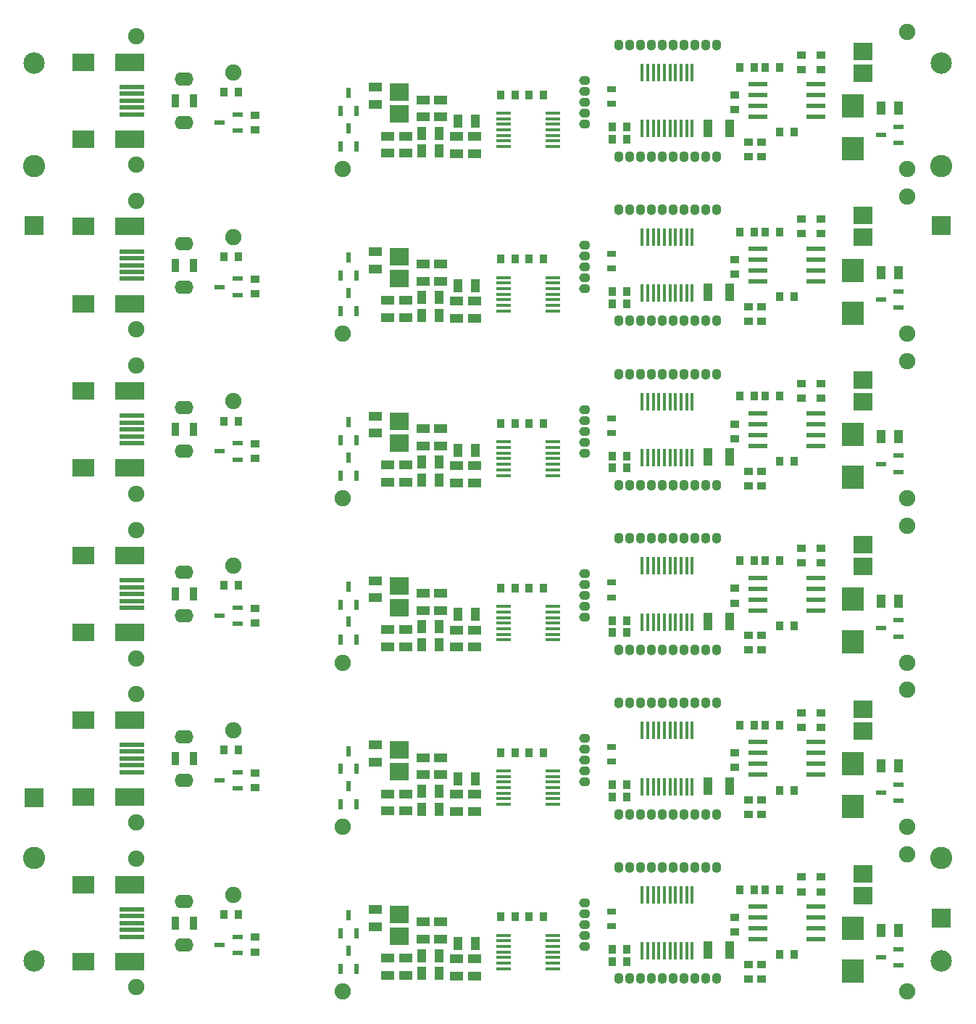
<source format=gts>
%FSLAX44Y44*%
%MOMM*%
G71*
G01*
G75*
G04 Layer_Color=8388736*
%ADD10R,3.0000X0.5000*%
%ADD11R,2.5000X2.0000*%
%ADD12R,3.5000X2.0000*%
%ADD13R,0.9000X1.0000*%
%ADD14R,1.7000X0.3500*%
%ADD15R,2.2000X0.6000*%
%ADD16R,0.3500X2.1500*%
%ADD17R,0.3500X2.1500*%
%ADD18R,1.0000X2.0000*%
%ADD19R,1.3000X0.6000*%
%ADD20C,1.5000*%
%ADD21R,1.0000X0.9000*%
%ADD22R,1.0000X1.5000*%
%ADD23R,1.5000X1.0000*%
%ADD24R,0.9000X1.5000*%
%ADD25R,2.6000X2.8000*%
%ADD26R,1.0000X0.8000*%
%ADD27R,0.6000X1.3000*%
%ADD28C,0.3000*%
%ADD29C,0.4000*%
%ADD30C,0.5000*%
%ADD31C,0.2500*%
%ADD32C,0.3500*%
%ADD33C,1.0000*%
%ADD34C,0.6000*%
%ADD35C,2.4000*%
%ADD36R,2.0000X2.0000*%
%ADD37C,0.9000*%
%ADD38O,1.1000X1.3000*%
%ADD39O,1.3000X1.1000*%
%ADD40O,2.2000X1.6000*%
%ADD41R,2.2000X2.0000*%
%ADD42C,0.8000*%
%ADD43C,0.7000*%
%ADD44R,0.4500X0.3000*%
%ADD45R,0.3000X0.4500*%
%ADD46R,2.0000X0.3500*%
%ADD47R,0.8000X0.8000*%
%ADD48R,1.2000X1.6000*%
%ADD49R,2.0000X1.2000*%
%ADD50R,0.6000X1.6000*%
%ADD51R,0.7000X2.0000*%
G04:AMPARAMS|DCode=52|XSize=2mm|YSize=3.4mm|CornerRadius=0mm|HoleSize=0mm|Usage=FLASHONLY|Rotation=0.000|XOffset=0mm|YOffset=0mm|HoleType=Round|Shape=Octagon|*
%AMOCTAGOND52*
4,1,8,-0.5000,1.7000,0.5000,1.7000,1.0000,1.2000,1.0000,-1.2000,0.5000,-1.7000,-0.5000,-1.7000,-1.0000,-1.2000,-1.0000,1.2000,-0.5000,1.7000,0.0*
%
%ADD52OCTAGOND52*%

%ADD53C,0.3400*%
%ADD54C,0.2000*%
%ADD55C,0.1000*%
%ADD56C,0.1500*%
%ADD57C,0.2540*%
%ADD58C,1.9000*%
%ADD59C,2.5000*%
%ADD60C,2.6032*%
%ADD61R,2.2032X2.2032*%
D10*
X154000Y78000D02*
D03*
Y86000D02*
D03*
Y110000D02*
D03*
Y102000D02*
D03*
Y94000D02*
D03*
Y270000D02*
D03*
Y278000D02*
D03*
Y302000D02*
D03*
Y294000D02*
D03*
Y286000D02*
D03*
Y462000D02*
D03*
Y470000D02*
D03*
Y494000D02*
D03*
Y486000D02*
D03*
Y478000D02*
D03*
Y654000D02*
D03*
Y662000D02*
D03*
Y686000D02*
D03*
Y678000D02*
D03*
Y670000D02*
D03*
Y846000D02*
D03*
Y854000D02*
D03*
Y878000D02*
D03*
Y870000D02*
D03*
Y862000D02*
D03*
Y1038000D02*
D03*
Y1046000D02*
D03*
Y1070000D02*
D03*
Y1062000D02*
D03*
Y1054000D02*
D03*
D11*
X97000Y49000D02*
D03*
Y139000D02*
D03*
Y241000D02*
D03*
Y331000D02*
D03*
Y433000D02*
D03*
Y523000D02*
D03*
Y625000D02*
D03*
Y715000D02*
D03*
Y817000D02*
D03*
Y907000D02*
D03*
Y1009000D02*
D03*
Y1099000D02*
D03*
D12*
X151000Y139000D02*
D03*
Y49000D02*
D03*
Y331000D02*
D03*
Y241000D02*
D03*
Y523000D02*
D03*
Y433000D02*
D03*
Y715000D02*
D03*
Y625000D02*
D03*
Y907000D02*
D03*
Y817000D02*
D03*
Y1099000D02*
D03*
Y1009000D02*
D03*
D13*
X634499Y101000D02*
D03*
X617499D02*
D03*
X584499D02*
D03*
X601499D02*
D03*
X732000Y49000D02*
D03*
X715000D02*
D03*
X911000Y57000D02*
D03*
X928000D02*
D03*
X911000Y133000D02*
D03*
X894000D02*
D03*
X732000Y63000D02*
D03*
X715000D02*
D03*
X278500Y104000D02*
D03*
X261500D02*
D03*
X881000Y133000D02*
D03*
X864000D02*
D03*
X634499Y293000D02*
D03*
X617499D02*
D03*
X584499D02*
D03*
X601499D02*
D03*
X732000Y241000D02*
D03*
X715000D02*
D03*
X911000Y249000D02*
D03*
X928000D02*
D03*
X911000Y325000D02*
D03*
X894000D02*
D03*
X732000Y255000D02*
D03*
X715000D02*
D03*
X278500Y296000D02*
D03*
X261500D02*
D03*
X881000Y325000D02*
D03*
X864000D02*
D03*
X634499Y485000D02*
D03*
X617499D02*
D03*
X584499D02*
D03*
X601499D02*
D03*
X732000Y433000D02*
D03*
X715000D02*
D03*
X911000Y441000D02*
D03*
X928000D02*
D03*
X911000Y517000D02*
D03*
X894000D02*
D03*
X732000Y447000D02*
D03*
X715000D02*
D03*
X278500Y488000D02*
D03*
X261500D02*
D03*
X881000Y517000D02*
D03*
X864000D02*
D03*
X634499Y677000D02*
D03*
X617499D02*
D03*
X584499D02*
D03*
X601499D02*
D03*
X732000Y625000D02*
D03*
X715000D02*
D03*
X911000Y633000D02*
D03*
X928000D02*
D03*
X911000Y709000D02*
D03*
X894000D02*
D03*
X732000Y639000D02*
D03*
X715000D02*
D03*
X278500Y680000D02*
D03*
X261500D02*
D03*
X881000Y709000D02*
D03*
X864000D02*
D03*
X634499Y869000D02*
D03*
X617499D02*
D03*
X584499D02*
D03*
X601499D02*
D03*
X732000Y817000D02*
D03*
X715000D02*
D03*
X911000Y825000D02*
D03*
X928000D02*
D03*
X911000Y901000D02*
D03*
X894000D02*
D03*
X732000Y831000D02*
D03*
X715000D02*
D03*
X278500Y872000D02*
D03*
X261500D02*
D03*
X881000Y901000D02*
D03*
X864000D02*
D03*
X634499Y1061000D02*
D03*
X617499D02*
D03*
X584499D02*
D03*
X601499D02*
D03*
X732000Y1009000D02*
D03*
X715000D02*
D03*
X911000Y1017000D02*
D03*
X928000D02*
D03*
X911000Y1093000D02*
D03*
X894000D02*
D03*
X732000Y1023000D02*
D03*
X715000D02*
D03*
X278500Y1064000D02*
D03*
X261500D02*
D03*
X881000Y1093000D02*
D03*
X864000D02*
D03*
D14*
X588499Y79500D02*
D03*
Y73000D02*
D03*
Y66500D02*
D03*
Y60000D02*
D03*
Y53500D02*
D03*
Y47000D02*
D03*
Y40500D02*
D03*
X645499Y79500D02*
D03*
Y73000D02*
D03*
Y66500D02*
D03*
Y60000D02*
D03*
Y53500D02*
D03*
Y47000D02*
D03*
Y40500D02*
D03*
X588499Y271500D02*
D03*
Y265000D02*
D03*
Y258500D02*
D03*
Y252000D02*
D03*
Y245500D02*
D03*
Y239000D02*
D03*
Y232500D02*
D03*
X645499Y271500D02*
D03*
Y265000D02*
D03*
Y258500D02*
D03*
Y252000D02*
D03*
Y245500D02*
D03*
Y239000D02*
D03*
Y232500D02*
D03*
X588499Y463500D02*
D03*
Y457000D02*
D03*
Y450500D02*
D03*
Y444000D02*
D03*
Y437500D02*
D03*
Y431000D02*
D03*
Y424500D02*
D03*
X645499Y463500D02*
D03*
Y457000D02*
D03*
Y450500D02*
D03*
Y444000D02*
D03*
Y437500D02*
D03*
Y431000D02*
D03*
Y424500D02*
D03*
X588499Y655500D02*
D03*
Y649000D02*
D03*
Y642500D02*
D03*
Y636000D02*
D03*
Y629500D02*
D03*
Y623000D02*
D03*
Y616500D02*
D03*
X645499Y655500D02*
D03*
Y649000D02*
D03*
Y642500D02*
D03*
Y636000D02*
D03*
Y629500D02*
D03*
Y623000D02*
D03*
Y616500D02*
D03*
X588499Y847500D02*
D03*
Y841000D02*
D03*
Y834500D02*
D03*
Y828000D02*
D03*
Y821500D02*
D03*
Y815000D02*
D03*
Y808500D02*
D03*
X645499Y847500D02*
D03*
Y841000D02*
D03*
Y834500D02*
D03*
Y828000D02*
D03*
Y821500D02*
D03*
Y815000D02*
D03*
Y808500D02*
D03*
X588499Y1039500D02*
D03*
Y1033000D02*
D03*
Y1026500D02*
D03*
Y1020000D02*
D03*
Y1013500D02*
D03*
Y1007000D02*
D03*
Y1000500D02*
D03*
X645499Y1039500D02*
D03*
Y1033000D02*
D03*
Y1026500D02*
D03*
Y1020000D02*
D03*
Y1013500D02*
D03*
Y1007000D02*
D03*
Y1000500D02*
D03*
D15*
X885500Y113050D02*
D03*
Y100350D02*
D03*
Y87650D02*
D03*
Y74950D02*
D03*
X953500Y113050D02*
D03*
Y100350D02*
D03*
Y87650D02*
D03*
Y74950D02*
D03*
X885500Y305050D02*
D03*
Y292350D02*
D03*
Y279650D02*
D03*
Y266950D02*
D03*
X953500Y305050D02*
D03*
Y292350D02*
D03*
Y279650D02*
D03*
Y266950D02*
D03*
X885500Y497050D02*
D03*
Y484350D02*
D03*
Y471650D02*
D03*
Y458950D02*
D03*
X953500Y497050D02*
D03*
Y484350D02*
D03*
Y471650D02*
D03*
Y458950D02*
D03*
X885500Y689050D02*
D03*
Y676350D02*
D03*
Y663650D02*
D03*
Y650950D02*
D03*
X953500Y689050D02*
D03*
Y676350D02*
D03*
Y663650D02*
D03*
Y650950D02*
D03*
X885500Y881050D02*
D03*
Y868350D02*
D03*
Y855650D02*
D03*
Y842950D02*
D03*
X953500Y881050D02*
D03*
Y868350D02*
D03*
Y855650D02*
D03*
Y842950D02*
D03*
X885500Y1073050D02*
D03*
Y1060350D02*
D03*
Y1047650D02*
D03*
Y1034950D02*
D03*
X953500Y1073050D02*
D03*
Y1060350D02*
D03*
Y1047650D02*
D03*
Y1034950D02*
D03*
D16*
X808750Y126750D02*
D03*
X802250D02*
D03*
X795750D02*
D03*
X789250D02*
D03*
X782750D02*
D03*
X776250D02*
D03*
X769750D02*
D03*
X763250D02*
D03*
X756750D02*
D03*
X750250D02*
D03*
X808750Y61250D02*
D03*
X802250D02*
D03*
X795750D02*
D03*
X789250D02*
D03*
X782750D02*
D03*
X776250D02*
D03*
X769750D02*
D03*
X763250D02*
D03*
X756750D02*
D03*
X808750Y318750D02*
D03*
X802250D02*
D03*
X795750D02*
D03*
X789250D02*
D03*
X782750D02*
D03*
X776250D02*
D03*
X769750D02*
D03*
X763250D02*
D03*
X756750D02*
D03*
X750250D02*
D03*
X808750Y253250D02*
D03*
X802250D02*
D03*
X795750D02*
D03*
X789250D02*
D03*
X782750D02*
D03*
X776250D02*
D03*
X769750D02*
D03*
X763250D02*
D03*
X756750D02*
D03*
X808750Y510750D02*
D03*
X802250D02*
D03*
X795750D02*
D03*
X789250D02*
D03*
X782750D02*
D03*
X776250D02*
D03*
X769750D02*
D03*
X763250D02*
D03*
X756750D02*
D03*
X750250D02*
D03*
X808750Y445250D02*
D03*
X802250D02*
D03*
X795750D02*
D03*
X789250D02*
D03*
X782750D02*
D03*
X776250D02*
D03*
X769750D02*
D03*
X763250D02*
D03*
X756750D02*
D03*
X808750Y702750D02*
D03*
X802250D02*
D03*
X795750D02*
D03*
X789250D02*
D03*
X782750D02*
D03*
X776250D02*
D03*
X769750D02*
D03*
X763250D02*
D03*
X756750D02*
D03*
X750250D02*
D03*
X808750Y637250D02*
D03*
X802250D02*
D03*
X795750D02*
D03*
X789250D02*
D03*
X782750D02*
D03*
X776250D02*
D03*
X769750D02*
D03*
X763250D02*
D03*
X756750D02*
D03*
X808750Y894750D02*
D03*
X802250D02*
D03*
X795750D02*
D03*
X789250D02*
D03*
X782750D02*
D03*
X776250D02*
D03*
X769750D02*
D03*
X763250D02*
D03*
X756750D02*
D03*
X750250D02*
D03*
X808750Y829250D02*
D03*
X802250D02*
D03*
X795750D02*
D03*
X789250D02*
D03*
X782750D02*
D03*
X776250D02*
D03*
X769750D02*
D03*
X763250D02*
D03*
X756750D02*
D03*
X808750Y1086750D02*
D03*
X802250D02*
D03*
X795750D02*
D03*
X789250D02*
D03*
X782750D02*
D03*
X776250D02*
D03*
X769750D02*
D03*
X763250D02*
D03*
X756750D02*
D03*
X750250D02*
D03*
X808750Y1021250D02*
D03*
X802250D02*
D03*
X795750D02*
D03*
X789250D02*
D03*
X782750D02*
D03*
X776250D02*
D03*
X769750D02*
D03*
X763250D02*
D03*
X756750D02*
D03*
D17*
X750250Y61250D02*
D03*
Y253250D02*
D03*
Y445250D02*
D03*
Y637250D02*
D03*
Y829250D02*
D03*
Y1021250D02*
D03*
D18*
X852200Y62000D02*
D03*
X826800D02*
D03*
X852200Y254000D02*
D03*
X826800D02*
D03*
X852200Y446000D02*
D03*
X826800D02*
D03*
X852200Y638000D02*
D03*
X826800D02*
D03*
X852200Y830000D02*
D03*
X826800D02*
D03*
X852200Y1022000D02*
D03*
X826800D02*
D03*
D19*
X277500Y59000D02*
D03*
Y78000D02*
D03*
X256500Y68500D02*
D03*
X1050000Y44500D02*
D03*
Y63500D02*
D03*
X1029000Y54000D02*
D03*
X277500Y251000D02*
D03*
Y270000D02*
D03*
X256500Y260500D02*
D03*
X1050000Y236500D02*
D03*
Y255500D02*
D03*
X1029000Y246000D02*
D03*
X277500Y443000D02*
D03*
Y462000D02*
D03*
X256500Y452500D02*
D03*
X1050000Y428500D02*
D03*
Y447500D02*
D03*
X1029000Y438000D02*
D03*
X277500Y635000D02*
D03*
Y654000D02*
D03*
X256500Y644500D02*
D03*
X1050000Y620500D02*
D03*
Y639500D02*
D03*
X1029000Y630000D02*
D03*
X277500Y827000D02*
D03*
Y846000D02*
D03*
X256500Y836500D02*
D03*
X1050000Y812500D02*
D03*
Y831500D02*
D03*
X1029000Y822000D02*
D03*
X277500Y1019000D02*
D03*
Y1038000D02*
D03*
X256500Y1028500D02*
D03*
X1050000Y1004500D02*
D03*
Y1023500D02*
D03*
X1029000Y1014000D02*
D03*
D21*
X858500Y83500D02*
D03*
Y100500D02*
D03*
X874500Y45500D02*
D03*
Y28500D02*
D03*
X297750Y77250D02*
D03*
Y60250D02*
D03*
X936500Y130500D02*
D03*
Y147500D02*
D03*
X959500Y130500D02*
D03*
Y147500D02*
D03*
X889500Y45500D02*
D03*
Y28500D02*
D03*
X858500Y275500D02*
D03*
Y292500D02*
D03*
X874500Y237500D02*
D03*
Y220500D02*
D03*
X297750Y269250D02*
D03*
Y252250D02*
D03*
X936500Y322500D02*
D03*
Y339500D02*
D03*
X959500Y322500D02*
D03*
Y339500D02*
D03*
X889500Y237500D02*
D03*
Y220500D02*
D03*
X858500Y467500D02*
D03*
Y484500D02*
D03*
X874500Y429500D02*
D03*
Y412500D02*
D03*
X297750Y461250D02*
D03*
Y444250D02*
D03*
X936500Y514500D02*
D03*
Y531500D02*
D03*
X959500Y514500D02*
D03*
Y531500D02*
D03*
X889500Y429500D02*
D03*
Y412500D02*
D03*
X858500Y659500D02*
D03*
Y676500D02*
D03*
X874500Y621500D02*
D03*
Y604500D02*
D03*
X297750Y653250D02*
D03*
Y636250D02*
D03*
X936500Y706500D02*
D03*
Y723500D02*
D03*
X959500Y706500D02*
D03*
Y723500D02*
D03*
X889500Y621500D02*
D03*
Y604500D02*
D03*
X858500Y851500D02*
D03*
Y868500D02*
D03*
X874500Y813500D02*
D03*
Y796500D02*
D03*
X297750Y845250D02*
D03*
Y828250D02*
D03*
X936500Y898500D02*
D03*
Y915500D02*
D03*
X959500Y898500D02*
D03*
Y915500D02*
D03*
X889500Y813500D02*
D03*
Y796500D02*
D03*
X858500Y1043500D02*
D03*
Y1060500D02*
D03*
X874500Y1005500D02*
D03*
Y988500D02*
D03*
X297750Y1037250D02*
D03*
Y1020250D02*
D03*
X936500Y1090500D02*
D03*
Y1107500D02*
D03*
X959500Y1090500D02*
D03*
Y1107500D02*
D03*
X889500Y1005500D02*
D03*
Y988500D02*
D03*
D22*
X512999Y35000D02*
D03*
X492999D02*
D03*
Y56000D02*
D03*
X512999D02*
D03*
X534999Y70000D02*
D03*
X554999D02*
D03*
X1029750Y85500D02*
D03*
X1049750D02*
D03*
X512999Y227000D02*
D03*
X492999D02*
D03*
Y248000D02*
D03*
X512999D02*
D03*
X534999Y262000D02*
D03*
X554999D02*
D03*
X1029750Y277500D02*
D03*
X1049750D02*
D03*
X512999Y419000D02*
D03*
X492999D02*
D03*
Y440000D02*
D03*
X512999D02*
D03*
X534999Y454000D02*
D03*
X554999D02*
D03*
X1029750Y469500D02*
D03*
X1049750D02*
D03*
X512999Y611000D02*
D03*
X492999D02*
D03*
Y632000D02*
D03*
X512999D02*
D03*
X534999Y646000D02*
D03*
X554999D02*
D03*
X1029750Y661500D02*
D03*
X1049750D02*
D03*
X512999Y803000D02*
D03*
X492999D02*
D03*
Y824000D02*
D03*
X512999D02*
D03*
X534999Y838000D02*
D03*
X554999D02*
D03*
X1029750Y853500D02*
D03*
X1049750D02*
D03*
X512999Y995000D02*
D03*
X492999D02*
D03*
Y1016000D02*
D03*
X512999D02*
D03*
X534999Y1030000D02*
D03*
X554999D02*
D03*
X1029750Y1045500D02*
D03*
X1049750D02*
D03*
D23*
X474099Y32700D02*
D03*
Y52700D02*
D03*
X493999Y75000D02*
D03*
Y95000D02*
D03*
X553999Y32000D02*
D03*
Y52000D02*
D03*
X532999D02*
D03*
Y32000D02*
D03*
X514999Y95000D02*
D03*
Y75000D02*
D03*
X438000Y89750D02*
D03*
Y109750D02*
D03*
X452500Y52700D02*
D03*
Y32700D02*
D03*
X474099Y224700D02*
D03*
Y244700D02*
D03*
X493999Y267000D02*
D03*
Y287000D02*
D03*
X553999Y224000D02*
D03*
Y244000D02*
D03*
X532999D02*
D03*
Y224000D02*
D03*
X514999Y287000D02*
D03*
Y267000D02*
D03*
X438000Y281750D02*
D03*
Y301750D02*
D03*
X452500Y244700D02*
D03*
Y224700D02*
D03*
X474099Y416700D02*
D03*
Y436700D02*
D03*
X493999Y459000D02*
D03*
Y479000D02*
D03*
X553999Y416000D02*
D03*
Y436000D02*
D03*
X532999D02*
D03*
Y416000D02*
D03*
X514999Y479000D02*
D03*
Y459000D02*
D03*
X438000Y473750D02*
D03*
Y493750D02*
D03*
X452500Y436700D02*
D03*
Y416700D02*
D03*
X474099Y608700D02*
D03*
Y628700D02*
D03*
X493999Y651000D02*
D03*
Y671000D02*
D03*
X553999Y608000D02*
D03*
Y628000D02*
D03*
X532999D02*
D03*
Y608000D02*
D03*
X514999Y671000D02*
D03*
Y651000D02*
D03*
X438000Y665750D02*
D03*
Y685750D02*
D03*
X452500Y628700D02*
D03*
Y608700D02*
D03*
X474099Y800700D02*
D03*
Y820700D02*
D03*
X493999Y843000D02*
D03*
Y863000D02*
D03*
X553999Y800000D02*
D03*
Y820000D02*
D03*
X532999D02*
D03*
Y800000D02*
D03*
X514999Y863000D02*
D03*
Y843000D02*
D03*
X438000Y857750D02*
D03*
Y877750D02*
D03*
X452500Y820700D02*
D03*
Y800700D02*
D03*
X474099Y992700D02*
D03*
Y1012700D02*
D03*
X493999Y1035000D02*
D03*
Y1055000D02*
D03*
X553999Y992000D02*
D03*
Y1012000D02*
D03*
X532999D02*
D03*
Y992000D02*
D03*
X514999Y1055000D02*
D03*
Y1035000D02*
D03*
X438000Y1049750D02*
D03*
Y1069750D02*
D03*
X452500Y1012700D02*
D03*
Y992700D02*
D03*
D24*
X225500Y94000D02*
D03*
X204500D02*
D03*
X225500Y286000D02*
D03*
X204500D02*
D03*
X225500Y478000D02*
D03*
X204500D02*
D03*
X225500Y670000D02*
D03*
X204500D02*
D03*
X225500Y862000D02*
D03*
X204500D02*
D03*
X225500Y1054000D02*
D03*
X204500D02*
D03*
D25*
X995999Y38000D02*
D03*
Y88000D02*
D03*
Y230000D02*
D03*
Y280000D02*
D03*
Y422000D02*
D03*
Y472000D02*
D03*
Y614000D02*
D03*
Y664000D02*
D03*
Y806000D02*
D03*
Y856000D02*
D03*
Y998000D02*
D03*
Y1048000D02*
D03*
D26*
X714250Y90250D02*
D03*
Y107250D02*
D03*
Y282250D02*
D03*
Y299250D02*
D03*
Y474250D02*
D03*
Y491250D02*
D03*
Y666250D02*
D03*
Y683250D02*
D03*
Y858250D02*
D03*
Y875250D02*
D03*
Y1050250D02*
D03*
Y1067250D02*
D03*
D27*
X397500Y81750D02*
D03*
X416500D02*
D03*
X407000Y102750D02*
D03*
X397500Y40500D02*
D03*
X416500D02*
D03*
X407000Y61500D02*
D03*
X397500Y273750D02*
D03*
X416500D02*
D03*
X407000Y294750D02*
D03*
X397500Y232500D02*
D03*
X416500D02*
D03*
X407000Y253500D02*
D03*
X397500Y465750D02*
D03*
X416500D02*
D03*
X407000Y486750D02*
D03*
X397500Y424500D02*
D03*
X416500D02*
D03*
X407000Y445500D02*
D03*
X397500Y657750D02*
D03*
X416500D02*
D03*
X407000Y678750D02*
D03*
X397500Y616500D02*
D03*
X416500D02*
D03*
X407000Y637500D02*
D03*
X397500Y849750D02*
D03*
X416500D02*
D03*
X407000Y870750D02*
D03*
X397500Y808500D02*
D03*
X416500D02*
D03*
X407000Y829500D02*
D03*
X397500Y1041750D02*
D03*
X416500D02*
D03*
X407000Y1062750D02*
D03*
X397500Y1000500D02*
D03*
X416500D02*
D03*
X407000Y1021500D02*
D03*
D38*
X722500Y29000D02*
D03*
X735200D02*
D03*
X747900D02*
D03*
X760600D02*
D03*
X773300D02*
D03*
X786000D02*
D03*
X798700D02*
D03*
X811400D02*
D03*
X824100D02*
D03*
X836800D02*
D03*
X722500Y159000D02*
D03*
X735200D02*
D03*
X747900D02*
D03*
X760600D02*
D03*
X773300D02*
D03*
X786000D02*
D03*
X798700D02*
D03*
X811400D02*
D03*
X824100D02*
D03*
X836800D02*
D03*
X722500Y221000D02*
D03*
X735200D02*
D03*
X747900D02*
D03*
X760600D02*
D03*
X773300D02*
D03*
X786000D02*
D03*
X798700D02*
D03*
X811400D02*
D03*
X824100D02*
D03*
X836800D02*
D03*
X722500Y351000D02*
D03*
X735200D02*
D03*
X747900D02*
D03*
X760600D02*
D03*
X773300D02*
D03*
X786000D02*
D03*
X798700D02*
D03*
X811400D02*
D03*
X824100D02*
D03*
X836800D02*
D03*
X722500Y413000D02*
D03*
X735200D02*
D03*
X747900D02*
D03*
X760600D02*
D03*
X773300D02*
D03*
X786000D02*
D03*
X798700D02*
D03*
X811400D02*
D03*
X824100D02*
D03*
X836800D02*
D03*
X722500Y543000D02*
D03*
X735200D02*
D03*
X747900D02*
D03*
X760600D02*
D03*
X773300D02*
D03*
X786000D02*
D03*
X798700D02*
D03*
X811400D02*
D03*
X824100D02*
D03*
X836800D02*
D03*
X722500Y605000D02*
D03*
X735200D02*
D03*
X747900D02*
D03*
X760600D02*
D03*
X773300D02*
D03*
X786000D02*
D03*
X798700D02*
D03*
X811400D02*
D03*
X824100D02*
D03*
X836800D02*
D03*
X722500Y735000D02*
D03*
X735200D02*
D03*
X747900D02*
D03*
X760600D02*
D03*
X773300D02*
D03*
X786000D02*
D03*
X798700D02*
D03*
X811400D02*
D03*
X824100D02*
D03*
X836800D02*
D03*
X722500Y797000D02*
D03*
X735200D02*
D03*
X747900D02*
D03*
X760600D02*
D03*
X773300D02*
D03*
X786000D02*
D03*
X798700D02*
D03*
X811400D02*
D03*
X824100D02*
D03*
X836800D02*
D03*
X722500Y927000D02*
D03*
X735200D02*
D03*
X747900D02*
D03*
X760600D02*
D03*
X773300D02*
D03*
X786000D02*
D03*
X798700D02*
D03*
X811400D02*
D03*
X824100D02*
D03*
X836800D02*
D03*
X722500Y989000D02*
D03*
X735200D02*
D03*
X747900D02*
D03*
X760600D02*
D03*
X773300D02*
D03*
X786000D02*
D03*
X798700D02*
D03*
X811400D02*
D03*
X824100D02*
D03*
X836800D02*
D03*
X722500Y1119000D02*
D03*
X735200D02*
D03*
X747900D02*
D03*
X760600D02*
D03*
X773300D02*
D03*
X786000D02*
D03*
X798700D02*
D03*
X811400D02*
D03*
X824100D02*
D03*
X836800D02*
D03*
D39*
X683250Y117550D02*
D03*
Y104850D02*
D03*
Y92150D02*
D03*
Y79450D02*
D03*
Y66750D02*
D03*
Y309550D02*
D03*
Y296850D02*
D03*
Y284150D02*
D03*
Y271450D02*
D03*
Y258750D02*
D03*
Y501550D02*
D03*
Y488850D02*
D03*
Y476150D02*
D03*
Y463450D02*
D03*
Y450750D02*
D03*
Y693550D02*
D03*
Y680850D02*
D03*
Y668150D02*
D03*
Y655450D02*
D03*
Y642750D02*
D03*
Y885550D02*
D03*
Y872850D02*
D03*
Y860150D02*
D03*
Y847450D02*
D03*
Y834750D02*
D03*
Y1077550D02*
D03*
Y1064850D02*
D03*
Y1052150D02*
D03*
Y1039450D02*
D03*
Y1026750D02*
D03*
D40*
X215000Y68600D02*
D03*
Y119400D02*
D03*
Y260600D02*
D03*
Y311400D02*
D03*
Y452600D02*
D03*
Y503400D02*
D03*
Y644600D02*
D03*
Y695400D02*
D03*
Y836600D02*
D03*
Y887400D02*
D03*
Y1028600D02*
D03*
Y1079400D02*
D03*
D41*
X1008500Y126300D02*
D03*
Y151700D02*
D03*
X466250Y78300D02*
D03*
Y103700D02*
D03*
X1008500Y318300D02*
D03*
Y343700D02*
D03*
X466250Y270300D02*
D03*
Y295700D02*
D03*
X1008500Y510300D02*
D03*
Y535700D02*
D03*
X466250Y462300D02*
D03*
Y487700D02*
D03*
X1008500Y702300D02*
D03*
Y727700D02*
D03*
X466250Y654300D02*
D03*
Y679700D02*
D03*
X1008500Y894300D02*
D03*
Y919700D02*
D03*
X466250Y846300D02*
D03*
Y871700D02*
D03*
X1008500Y1086300D02*
D03*
Y1111700D02*
D03*
X466250Y1038300D02*
D03*
Y1063700D02*
D03*
D58*
X272500Y127000D02*
D03*
X400000Y14000D02*
D03*
X1060000D02*
D03*
Y174000D02*
D03*
X159000Y19000D02*
D03*
Y169000D02*
D03*
X272500Y319000D02*
D03*
X400000Y206000D02*
D03*
X1060000D02*
D03*
Y366000D02*
D03*
X159000Y211000D02*
D03*
Y361000D02*
D03*
X272500Y511000D02*
D03*
X400000Y398000D02*
D03*
X1060000D02*
D03*
Y558000D02*
D03*
X159000Y403000D02*
D03*
Y553000D02*
D03*
X272500Y703000D02*
D03*
X400000Y590000D02*
D03*
X1060000D02*
D03*
Y750000D02*
D03*
X159000Y595000D02*
D03*
Y745000D02*
D03*
X272500Y895000D02*
D03*
X400000Y782000D02*
D03*
X1060000D02*
D03*
Y942000D02*
D03*
X159000Y787000D02*
D03*
Y937000D02*
D03*
X272500Y1087000D02*
D03*
X400000Y974000D02*
D03*
X1060000D02*
D03*
Y1134000D02*
D03*
X159000Y979000D02*
D03*
Y1129000D02*
D03*
D59*
X40000Y1098000D02*
D03*
X1100000Y50000D02*
D03*
X1100000Y1098000D02*
D03*
X40000Y50000D02*
D03*
D60*
Y978000D02*
D03*
X1100000Y170000D02*
D03*
Y978000D02*
D03*
X40000Y170000D02*
D03*
D61*
Y908000D02*
D03*
X1100000Y100000D02*
D03*
Y908000D02*
D03*
X40000Y240000D02*
D03*
M02*

</source>
